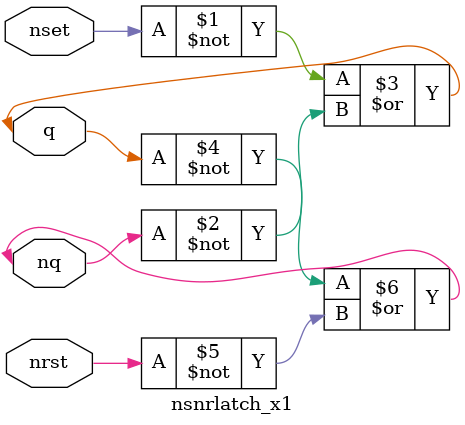
<source format=v>
/*                                                                      */
/*  Avertec Release v3.4p5 (64 bits on Linux 5.4.109+)                  */
/*  [AVT_only] host: runner-xxurkrix-project-41071638-concurrent-0      */
/*  [AVT_only] arch: x86_64                                             */
/*  [AVT_only] path: /opt/tasyag-3.4p5/bin/avt_shell                    */
/*  argv:                                                               */
/*                                                                      */
/*  User: root                                                          */
/*  Generation date Mon May 22 11:35:13 2023                            */
/*                                                                      */
/*  Verilog data flow description generated from `nsnrlatch_x1`         */
/*                                                                      */


`timescale 1 ps/1 ps

module nsnrlatch_x1 (nq, q, nrst, nset);

  inout  nq;
  inout  q;
  input  nrst;
  input  nset;


  assign q = (~(nset) | ~(nq));
  assign nq = (~(q) | ~(nrst));

endmodule

</source>
